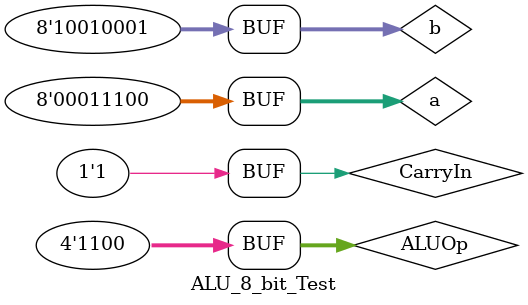
<source format=v>
`timescale 1ns / 1ps
module ALU_8_bit_Test();

    reg [7:0] a; reg[7:0] b;
    reg CarryIn;
    reg [3:0] ALUOp;
    wire [7:0] Result;
    wire CarryOut;
    
    ALU_8_bit ALU8Test (a, b, CarryIn, ALUOp, Result, CarryOut);
    
    initial begin
        #0
            a = 8'b10101101; b = 8'b11001010; CarryIn = 0; ALUOp = 4'b0000;
        #100
            a = 8'b01100111; b = 8'b10011011; CarryIn = 1; ALUOp = 4'b0001;
        #100
            a = 8'b11100001; b = 8'b00101010; CarryIn = 0; ALUOp = 4'b0010;
        #100
            a = 8'b01010101; b = 8'b11111111; CarryIn = 1; ALUOp = 4'b0110;
        #100
            a = 8'b00011100; b = 8'b10010001; CarryIn = 1; ALUOp = 4'b1100;
    end

endmodule

</source>
